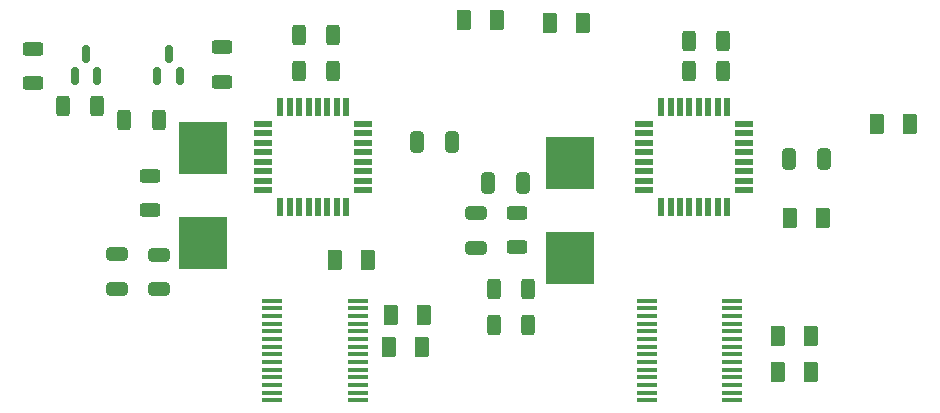
<source format=gbr>
%TF.GenerationSoftware,KiCad,Pcbnew,(6.0.2)*%
%TF.CreationDate,2022-05-29T08:20:39+05:30*%
%TF.ProjectId,AIO,41494f2e-6b69-4636-9164-5f7063625858,rev?*%
%TF.SameCoordinates,Original*%
%TF.FileFunction,Paste,Top*%
%TF.FilePolarity,Positive*%
%FSLAX46Y46*%
G04 Gerber Fmt 4.6, Leading zero omitted, Abs format (unit mm)*
G04 Created by KiCad (PCBNEW (6.0.2)) date 2022-05-29 08:20:39*
%MOMM*%
%LPD*%
G01*
G04 APERTURE LIST*
G04 Aperture macros list*
%AMRoundRect*
0 Rectangle with rounded corners*
0 $1 Rounding radius*
0 $2 $3 $4 $5 $6 $7 $8 $9 X,Y pos of 4 corners*
0 Add a 4 corners polygon primitive as box body*
4,1,4,$2,$3,$4,$5,$6,$7,$8,$9,$2,$3,0*
0 Add four circle primitives for the rounded corners*
1,1,$1+$1,$2,$3*
1,1,$1+$1,$4,$5*
1,1,$1+$1,$6,$7*
1,1,$1+$1,$8,$9*
0 Add four rect primitives between the rounded corners*
20,1,$1+$1,$2,$3,$4,$5,0*
20,1,$1+$1,$4,$5,$6,$7,0*
20,1,$1+$1,$6,$7,$8,$9,0*
20,1,$1+$1,$8,$9,$2,$3,0*%
G04 Aperture macros list end*
%ADD10R,1.600000X0.550000*%
%ADD11R,0.550000X1.600000*%
%ADD12RoundRect,0.250000X0.625000X-0.312500X0.625000X0.312500X-0.625000X0.312500X-0.625000X-0.312500X0*%
%ADD13RoundRect,0.150000X0.150000X-0.587500X0.150000X0.587500X-0.150000X0.587500X-0.150000X-0.587500X0*%
%ADD14RoundRect,0.250000X-0.650000X0.325000X-0.650000X-0.325000X0.650000X-0.325000X0.650000X0.325000X0*%
%ADD15RoundRect,0.250000X-0.375000X-0.625000X0.375000X-0.625000X0.375000X0.625000X-0.375000X0.625000X0*%
%ADD16RoundRect,0.250000X-0.312500X-0.625000X0.312500X-0.625000X0.312500X0.625000X-0.312500X0.625000X0*%
%ADD17RoundRect,0.250000X-0.325000X-0.650000X0.325000X-0.650000X0.325000X0.650000X-0.325000X0.650000X0*%
%ADD18R,4.100000X4.500000*%
%ADD19R,1.750000X0.450000*%
%ADD20RoundRect,0.250000X0.375000X0.625000X-0.375000X0.625000X-0.375000X-0.625000X0.375000X-0.625000X0*%
%ADD21RoundRect,0.250000X0.650000X-0.325000X0.650000X0.325000X-0.650000X0.325000X-0.650000X-0.325000X0*%
%ADD22RoundRect,0.250000X0.325000X0.650000X-0.325000X0.650000X-0.325000X-0.650000X0.325000X-0.650000X0*%
G04 APERTURE END LIST*
D10*
%TO.C,U5*%
X159250000Y-98500000D03*
X159250000Y-99300000D03*
X159250000Y-100100000D03*
X159250000Y-100900000D03*
X159250000Y-101700000D03*
X159250000Y-102500000D03*
X159250000Y-103300000D03*
X159250000Y-104100000D03*
D11*
X160700000Y-105550000D03*
X161500000Y-105550000D03*
X162300000Y-105550000D03*
X163100000Y-105550000D03*
X163900000Y-105550000D03*
X164700000Y-105550000D03*
X165500000Y-105550000D03*
X166300000Y-105550000D03*
D10*
X167750000Y-104100000D03*
X167750000Y-103300000D03*
X167750000Y-102500000D03*
X167750000Y-101700000D03*
X167750000Y-100900000D03*
X167750000Y-100100000D03*
X167750000Y-99300000D03*
X167750000Y-98500000D03*
D11*
X166300000Y-97050000D03*
X165500000Y-97050000D03*
X164700000Y-97050000D03*
X163900000Y-97050000D03*
X163100000Y-97050000D03*
X162300000Y-97050000D03*
X161500000Y-97050000D03*
X160700000Y-97050000D03*
%TD*%
D12*
%TO.C,R9*%
X117400000Y-105812500D03*
X117400000Y-102887500D03*
%TD*%
D13*
%TO.C,Q2*%
X118050000Y-94437500D03*
X119950000Y-94437500D03*
X119000000Y-92562500D03*
%TD*%
D14*
%TO.C,C12*%
X118225000Y-109575000D03*
X118225000Y-112525000D03*
%TD*%
%TO.C,C10*%
X114625000Y-109550000D03*
X114625000Y-112500000D03*
%TD*%
D15*
%TO.C,D10*%
X137800000Y-114700000D03*
X140600000Y-114700000D03*
%TD*%
D16*
%TO.C,R21*%
X110037500Y-97000000D03*
X112962500Y-97000000D03*
%TD*%
D15*
%TO.C,D11*%
X170600000Y-119500000D03*
X173400000Y-119500000D03*
%TD*%
%TO.C,D12*%
X137700000Y-117400000D03*
X140500000Y-117400000D03*
%TD*%
D17*
%TO.C,C8*%
X140025000Y-100000000D03*
X142975000Y-100000000D03*
%TD*%
D16*
%TO.C,R6*%
X146537500Y-112500000D03*
X149462500Y-112500000D03*
%TD*%
D10*
%TO.C,U4*%
X127000000Y-98500000D03*
X127000000Y-99300000D03*
X127000000Y-100100000D03*
X127000000Y-100900000D03*
X127000000Y-101700000D03*
X127000000Y-102500000D03*
X127000000Y-103300000D03*
X127000000Y-104100000D03*
D11*
X128450000Y-105550000D03*
X129250000Y-105550000D03*
X130050000Y-105550000D03*
X130850000Y-105550000D03*
X131650000Y-105550000D03*
X132450000Y-105550000D03*
X133250000Y-105550000D03*
X134050000Y-105550000D03*
D10*
X135500000Y-104100000D03*
X135500000Y-103300000D03*
X135500000Y-102500000D03*
X135500000Y-101700000D03*
X135500000Y-100900000D03*
X135500000Y-100100000D03*
X135500000Y-99300000D03*
X135500000Y-98500000D03*
D11*
X134050000Y-97050000D03*
X133250000Y-97050000D03*
X132450000Y-97050000D03*
X131650000Y-97050000D03*
X130850000Y-97050000D03*
X130050000Y-97050000D03*
X129250000Y-97050000D03*
X128450000Y-97050000D03*
%TD*%
D12*
%TO.C,R10*%
X148500000Y-108962500D03*
X148500000Y-106037500D03*
%TD*%
%TO.C,R20*%
X123500000Y-94962500D03*
X123500000Y-92037500D03*
%TD*%
D15*
%TO.C,D9*%
X170600000Y-116500000D03*
X173400000Y-116500000D03*
%TD*%
D16*
%TO.C,R8*%
X146537500Y-115500000D03*
X149462500Y-115500000D03*
%TD*%
D13*
%TO.C,Q3*%
X111050000Y-94437500D03*
X112950000Y-94437500D03*
X112000000Y-92562500D03*
%TD*%
D18*
%TO.C,Y1*%
X121925000Y-108550000D03*
X121925000Y-100550000D03*
%TD*%
D19*
%TO.C,U3*%
X127800000Y-113475000D03*
X127800000Y-114125000D03*
X127800000Y-114775000D03*
X127800000Y-115425000D03*
X127800000Y-116075000D03*
X127800000Y-116725000D03*
X127800000Y-117375000D03*
X127800000Y-118025000D03*
X127800000Y-118675000D03*
X127800000Y-119325000D03*
X127800000Y-119975000D03*
X127800000Y-120625000D03*
X127800000Y-121275000D03*
X127800000Y-121925000D03*
X135000000Y-121925000D03*
X135000000Y-121275000D03*
X135000000Y-120625000D03*
X135000000Y-119975000D03*
X135000000Y-119325000D03*
X135000000Y-118675000D03*
X135000000Y-118025000D03*
X135000000Y-117375000D03*
X135000000Y-116725000D03*
X135000000Y-116075000D03*
X135000000Y-115425000D03*
X135000000Y-114775000D03*
X135000000Y-114125000D03*
X135000000Y-113475000D03*
%TD*%
D16*
%TO.C,R15*%
X130037500Y-91000000D03*
X132962500Y-91000000D03*
%TD*%
%TO.C,R11*%
X163037500Y-94000000D03*
X165962500Y-94000000D03*
%TD*%
D15*
%TO.C,D5*%
X151300000Y-89950000D03*
X154100000Y-89950000D03*
%TD*%
D20*
%TO.C,D4*%
X146825000Y-89675000D03*
X144025000Y-89675000D03*
%TD*%
D21*
%TO.C,C13*%
X145000000Y-108975000D03*
X145000000Y-106025000D03*
%TD*%
D12*
%TO.C,R13*%
X107500000Y-95062500D03*
X107500000Y-92137500D03*
%TD*%
D18*
%TO.C,Y2*%
X153025000Y-109825000D03*
X153025000Y-101825000D03*
%TD*%
D16*
%TO.C,R14*%
X130037500Y-94000000D03*
X132962500Y-94000000D03*
%TD*%
D22*
%TO.C,C11*%
X148975000Y-103500000D03*
X146025000Y-103500000D03*
%TD*%
D16*
%TO.C,R19*%
X115262500Y-98150000D03*
X118187500Y-98150000D03*
%TD*%
D17*
%TO.C,C9*%
X171525000Y-101500000D03*
X174475000Y-101500000D03*
%TD*%
D19*
%TO.C,U2*%
X159500000Y-113475000D03*
X159500000Y-114125000D03*
X159500000Y-114775000D03*
X159500000Y-115425000D03*
X159500000Y-116075000D03*
X159500000Y-116725000D03*
X159500000Y-117375000D03*
X159500000Y-118025000D03*
X159500000Y-118675000D03*
X159500000Y-119325000D03*
X159500000Y-119975000D03*
X159500000Y-120625000D03*
X159500000Y-121275000D03*
X159500000Y-121925000D03*
X166700000Y-121925000D03*
X166700000Y-121275000D03*
X166700000Y-120625000D03*
X166700000Y-119975000D03*
X166700000Y-119325000D03*
X166700000Y-118675000D03*
X166700000Y-118025000D03*
X166700000Y-117375000D03*
X166700000Y-116725000D03*
X166700000Y-116075000D03*
X166700000Y-115425000D03*
X166700000Y-114775000D03*
X166700000Y-114125000D03*
X166700000Y-113475000D03*
%TD*%
D15*
%TO.C,D14*%
X171600000Y-106500000D03*
X174400000Y-106500000D03*
%TD*%
D16*
%TO.C,R12*%
X163037500Y-91500000D03*
X165962500Y-91500000D03*
%TD*%
D15*
%TO.C,D13*%
X133100000Y-110000000D03*
X135900000Y-110000000D03*
%TD*%
%TO.C,D7*%
X179000000Y-98550000D03*
X181800000Y-98550000D03*
%TD*%
M02*

</source>
